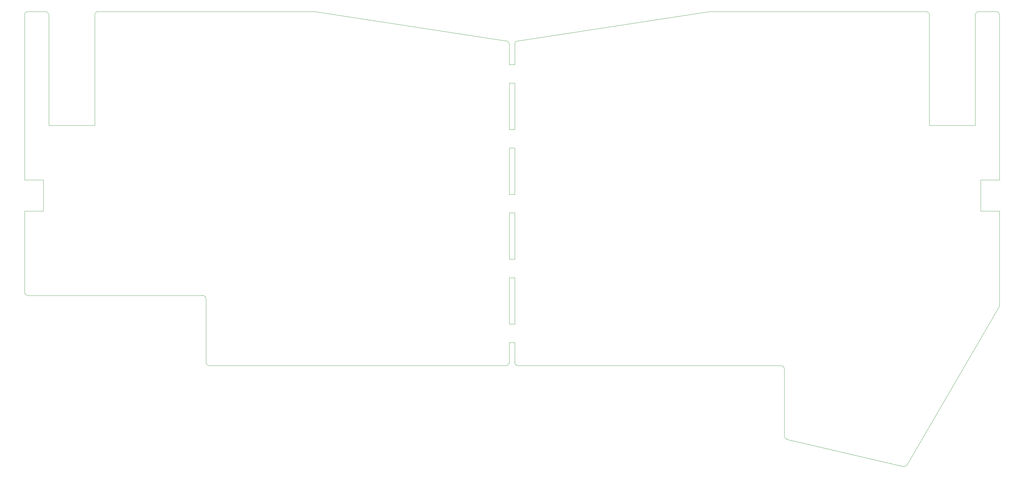
<source format=gbr>
G04 #@! TF.GenerationSoftware,KiCad,Pcbnew,(5.1.6)-1*
G04 #@! TF.CreationDate,2020-10-04T11:11:15+08:00*
G04 #@! TF.ProjectId,Galia,47616c69-612e-46b6-9963-61645f706362,rev?*
G04 #@! TF.SameCoordinates,Original*
G04 #@! TF.FileFunction,Profile,NP*
%FSLAX46Y46*%
G04 Gerber Fmt 4.6, Leading zero omitted, Abs format (unit mm)*
G04 Created by KiCad (PCBNEW (5.1.6)-1) date 2020-10-04 11:11:15*
%MOMM*%
%LPD*%
G01*
G04 APERTURE LIST*
G04 #@! TA.AperFunction,Profile*
%ADD10C,0.100000*%
G04 #@! TD*
G04 APERTURE END LIST*
D10*
X195262500Y-53500000D02*
X193675001Y-53499999D01*
X195262500Y-110650000D02*
X193675001Y-110649999D01*
X195262500Y-91600000D02*
X193675001Y-91599999D01*
X193675001Y-91599999D02*
X193675000Y-105250000D01*
X195262500Y-105250000D02*
X195262500Y-91600000D01*
X195262500Y-72550000D02*
X193675001Y-72549999D01*
X195262500Y-86200000D02*
X195262500Y-72550000D01*
X193675001Y-72549999D02*
X193675000Y-86200000D01*
X193675000Y-67150000D02*
X195262500Y-67150000D01*
X193675001Y-53499999D02*
X193675000Y-67150000D01*
X195262500Y-67150000D02*
X195262500Y-53500000D01*
X193675000Y-86200000D02*
X195262500Y-86200000D01*
X193675000Y-105250000D02*
X195262500Y-105250000D01*
X193675000Y-124300000D02*
X195262500Y-124300000D01*
X193675001Y-110649999D02*
X193675000Y-124300000D01*
X195262500Y-124300000D02*
X195262500Y-110650000D01*
X195262500Y-129700000D02*
X193675001Y-129699999D01*
X195262500Y-135525049D02*
X195262500Y-129700000D01*
X193675001Y-129699999D02*
X193675302Y-135524995D01*
X193675000Y-48100000D02*
X195262500Y-48100000D01*
X51594298Y-81944697D02*
X51594298Y-33543697D01*
X58676295Y-33543693D02*
X58676298Y-65954797D01*
X57100298Y-81944699D02*
X51594298Y-81944697D01*
X72134298Y-65954799D02*
X72134258Y-33543847D01*
X193675302Y-135524995D02*
G75*
G02*
X192675298Y-136524997I-1000003J1D01*
G01*
X193675299Y-42133819D02*
X193675000Y-48100000D01*
X192675298Y-136524997D02*
X105775298Y-136524999D01*
X58676298Y-65954797D02*
X72134298Y-65954799D01*
X105775295Y-136524995D02*
G75*
G02*
X104775299Y-135524997I1J999997D01*
G01*
X57100300Y-91088698D02*
X57100298Y-81944699D01*
X73134244Y-32543755D02*
X136449346Y-32543699D01*
X52594297Y-32543695D02*
X57676296Y-32543697D01*
X51594298Y-114886997D02*
X51594298Y-91088697D01*
X192826322Y-41145292D02*
G75*
G02*
X193675299Y-42133819I-151023J-988530D01*
G01*
X136600376Y-32555167D02*
X192826326Y-41145291D01*
X72134254Y-33543853D02*
G75*
G02*
X73134244Y-32543755I1000044J54D01*
G01*
X136449349Y-32543697D02*
G75*
G02*
X136600376Y-32555167I0J-999998D01*
G01*
X51594294Y-33543700D02*
G75*
G02*
X52594297Y-32543695I1000004J1D01*
G01*
X51594298Y-91088697D02*
X57100300Y-91088698D01*
X104775299Y-135524997D02*
X104775298Y-116886997D01*
X103775298Y-115886993D02*
G75*
G02*
X104775298Y-116886997I-2J-1000002D01*
G01*
X52594300Y-115886997D02*
G75*
G02*
X51594298Y-114886997I-1J1000001D01*
G01*
X103775298Y-115886999D02*
X52594297Y-115886995D01*
X57676297Y-32543699D02*
G75*
G02*
X58676295Y-33543693I1J-999997D01*
G01*
X337343500Y-81944749D02*
X331837500Y-81944749D01*
X337343500Y-33543748D02*
X337343500Y-81944749D01*
X336343499Y-32543749D02*
G75*
G02*
X337343500Y-33543748I1J-1000000D01*
G01*
X310259460Y-165654176D02*
G75*
G02*
X309166873Y-166125269I-864545J502560D01*
G01*
X315803501Y-32543799D02*
G75*
G02*
X316803548Y-33543894I-2J-1000049D01*
G01*
X331261500Y-32543749D02*
X336343500Y-32543749D01*
X330261500Y-33543749D02*
G75*
G02*
X331261500Y-32543749I1000000J0D01*
G01*
X196262499Y-136525048D02*
G75*
G02*
X195262500Y-135525049I0J999999D01*
G01*
X337208042Y-119295073D02*
X310259458Y-165654176D01*
X330261500Y-65954849D02*
X330261500Y-33543749D01*
X196111473Y-41145343D02*
X252337422Y-32555219D01*
X274287500Y-157163200D02*
X274287500Y-137525049D01*
X316803500Y-65954849D02*
X330261500Y-65954849D01*
X273287500Y-136525049D02*
X196262500Y-136525049D01*
X275059458Y-158136851D02*
G75*
G02*
X274287500Y-157163200I228042J973651D01*
G01*
X316803548Y-33543894D02*
X316803500Y-65954849D01*
X195262500Y-48100000D02*
X195262500Y-42133873D01*
X309166873Y-166125269D02*
X275059457Y-158136851D01*
X331837500Y-91088749D02*
X337343500Y-91088749D01*
X337343500Y-91088749D02*
X337343500Y-118792514D01*
X273287500Y-136525049D02*
G75*
G02*
X274287500Y-137525049I0J-1000000D01*
G01*
X337343499Y-118792514D02*
G75*
G02*
X337208042Y-119295073I-999999J0D01*
G01*
X252488449Y-32543749D02*
X315803500Y-32543799D01*
X252337422Y-32555219D02*
G75*
G02*
X252488449Y-32543749I151026J-988530D01*
G01*
X195262500Y-42133874D02*
G75*
G02*
X196111473Y-41145343I1000000J1D01*
G01*
X331837500Y-81944749D02*
X331837500Y-91088749D01*
M02*

</source>
